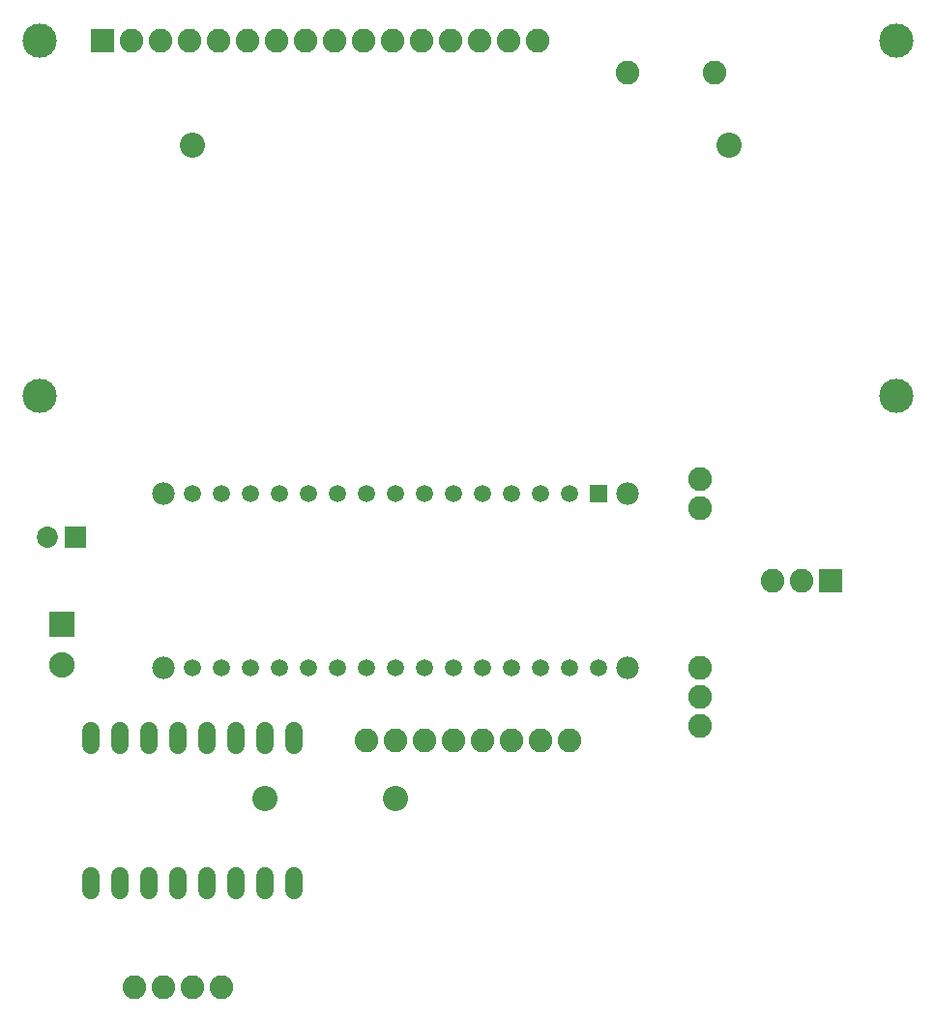
<source format=gbr>
G04 EAGLE Gerber RS-274X export*
G75*
%MOMM*%
%FSLAX34Y34*%
%LPD*%
%INSoldermask Top*%
%IPPOS*%
%AMOC8*
5,1,8,0,0,1.08239X$1,22.5*%
G01*
%ADD10C,1.981200*%
%ADD11R,1.511200X1.511200*%
%ADD12C,1.511200*%
%ADD13C,2.082800*%
%ADD14R,2.082800X2.082800*%
%ADD15C,3.003200*%
%ADD16C,1.511200*%
%ADD17C,1.854200*%
%ADD18R,1.854200X1.854200*%
%ADD19R,2.235200X2.235200*%
%ADD20C,2.235200*%
%ADD21C,2.203200*%


D10*
X546100Y558800D03*
D11*
X520700Y558800D03*
D12*
X495300Y558800D03*
X469900Y558800D03*
X444500Y558800D03*
X419100Y558800D03*
X393700Y558800D03*
X368300Y558800D03*
X342900Y558800D03*
X317500Y558800D03*
X292100Y558800D03*
X266700Y558800D03*
X241300Y558800D03*
X215900Y558800D03*
X190500Y558800D03*
X165100Y558800D03*
X165100Y406400D03*
X190500Y406400D03*
X215900Y406400D03*
X241300Y406400D03*
X266700Y406400D03*
X292100Y406400D03*
X317500Y406400D03*
X342900Y406400D03*
X368300Y406400D03*
X393700Y406400D03*
X419100Y406400D03*
X444500Y406400D03*
X469900Y406400D03*
X495300Y406400D03*
X520700Y406400D03*
D10*
X546100Y406400D03*
X139700Y406400D03*
X139700Y558800D03*
D13*
X495300Y342900D03*
X469900Y342900D03*
X444500Y342900D03*
X419100Y342900D03*
X393700Y342900D03*
X368300Y342900D03*
X342900Y342900D03*
X317500Y342900D03*
D14*
X86400Y955100D03*
D13*
X111800Y955100D03*
X137200Y955100D03*
X162600Y955100D03*
X188000Y955100D03*
X213400Y955100D03*
X238800Y955100D03*
X264200Y955100D03*
X289600Y955100D03*
X315000Y955100D03*
X340400Y955100D03*
X365800Y955100D03*
X391200Y955100D03*
X416600Y955100D03*
X442000Y955100D03*
X467400Y955100D03*
D15*
X31400Y955100D03*
X31400Y645100D03*
X781400Y955100D03*
X781400Y645100D03*
D13*
X622300Y927100D03*
X546100Y927100D03*
X609600Y406400D03*
X609600Y381000D03*
X609600Y355600D03*
X609600Y546100D03*
X609600Y571500D03*
D16*
X76200Y224980D02*
X76200Y211900D01*
X101600Y211900D02*
X101600Y224980D01*
X127000Y224980D02*
X127000Y211900D01*
X152400Y211900D02*
X152400Y224980D01*
X177800Y224980D02*
X177800Y211900D01*
X203200Y211900D02*
X203200Y224980D01*
X228600Y224980D02*
X228600Y211900D01*
X254000Y211900D02*
X254000Y224980D01*
X254000Y338900D02*
X254000Y351980D01*
X228600Y351980D02*
X228600Y338900D01*
X203200Y338900D02*
X203200Y351980D01*
X177800Y351980D02*
X177800Y338900D01*
X152400Y338900D02*
X152400Y351980D01*
X127000Y351980D02*
X127000Y338900D01*
X101600Y338900D02*
X101600Y351980D01*
X76200Y351980D02*
X76200Y338900D01*
D13*
X114300Y127000D03*
X139700Y127000D03*
X165100Y127000D03*
X190500Y127000D03*
D14*
X723900Y482750D03*
D13*
X698500Y482750D03*
X673100Y482750D03*
D17*
X38300Y520700D03*
D18*
X63300Y520700D03*
D19*
X50800Y444500D03*
D20*
X50800Y409500D03*
D21*
X228600Y292100D03*
X342900Y292100D03*
X635000Y863600D03*
X165100Y863600D03*
M02*

</source>
